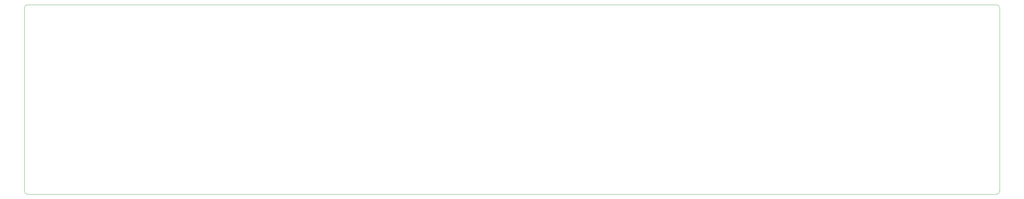
<source format=gm1>
%TF.GenerationSoftware,KiCad,Pcbnew,(5.99.0-10847-g28909c1a72)*%
%TF.CreationDate,2021-06-15T23:46:12+03:00*%
%TF.ProjectId,vanpole,76616e70-6f6c-4652-9e6b-696361645f70,rev?*%
%TF.SameCoordinates,Original*%
%TF.FileFunction,Profile,NP*%
%FSLAX46Y46*%
G04 Gerber Fmt 4.6, Leading zero omitted, Abs format (unit mm)*
G04 Created by KiCad (PCBNEW (5.99.0-10847-g28909c1a72)) date 2021-06-15 23:46:12*
%MOMM*%
%LPD*%
G01*
G04 APERTURE LIST*
%TA.AperFunction,Profile*%
%ADD10C,0.050000*%
%TD*%
G04 APERTURE END LIST*
D10*
X280987500Y-49212500D02*
X269875000Y-49212500D01*
X303212500Y-50006250D02*
X303212500Y-102393750D01*
X25400000Y-102393750D02*
X25400000Y-50006250D01*
X302418750Y-103187500D02*
G75*
G03*
X303212500Y-102393750I0J793750D01*
G01*
X25400000Y-50006250D02*
G75*
G02*
X26193750Y-49212500I793750J0D01*
G01*
X26193750Y-103187500D02*
G75*
G02*
X25400000Y-102393750I0J793750D01*
G01*
X26193750Y-49212500D02*
X269875000Y-49212500D01*
X303212500Y-50006250D02*
G75*
G03*
X302418750Y-49212500I-793750J0D01*
G01*
X302418750Y-103187500D02*
X26193750Y-103187500D01*
X280987500Y-49212500D02*
X302418750Y-49212500D01*
M02*

</source>
